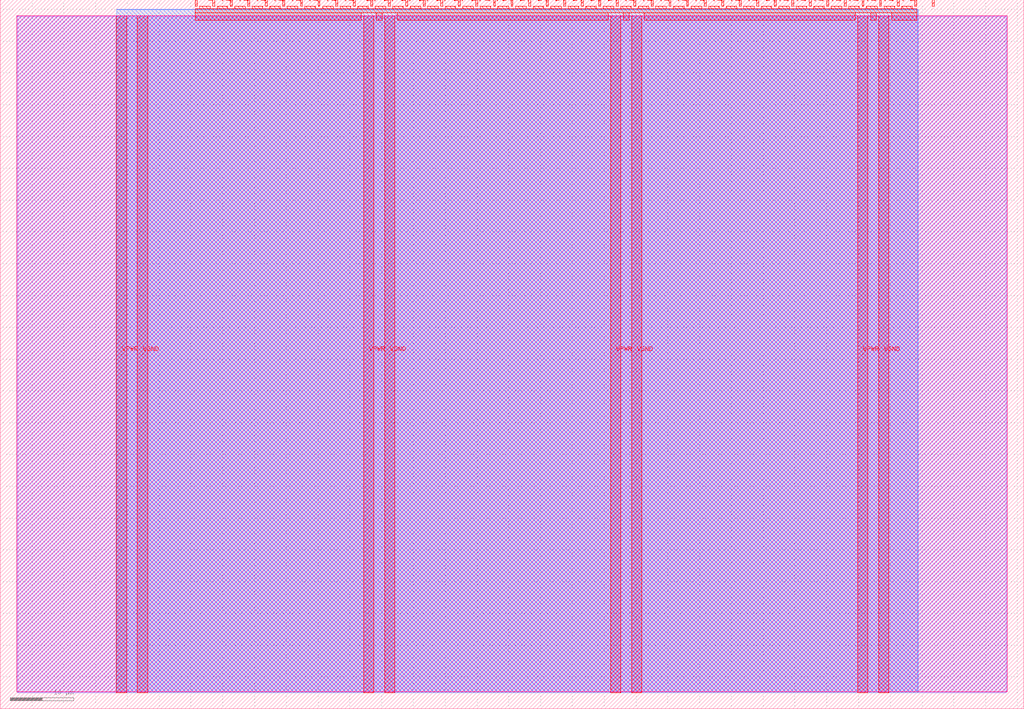
<source format=lef>
VERSION 5.7 ;
  NOWIREEXTENSIONATPIN ON ;
  DIVIDERCHAR "/" ;
  BUSBITCHARS "[]" ;
MACRO tt_um_wokwi_414120378768943105
  CLASS BLOCK ;
  FOREIGN tt_um_wokwi_414120378768943105 ;
  ORIGIN 0.000 0.000 ;
  SIZE 161.000 BY 111.520 ;
  PIN VGND
    DIRECTION INOUT ;
    USE GROUND ;
    PORT
      LAYER met4 ;
        RECT 21.580 2.480 23.180 109.040 ;
    END
    PORT
      LAYER met4 ;
        RECT 60.450 2.480 62.050 109.040 ;
    END
    PORT
      LAYER met4 ;
        RECT 99.320 2.480 100.920 109.040 ;
    END
    PORT
      LAYER met4 ;
        RECT 138.190 2.480 139.790 109.040 ;
    END
  END VGND
  PIN VPWR
    DIRECTION INOUT ;
    USE POWER ;
    PORT
      LAYER met4 ;
        RECT 18.280 2.480 19.880 109.040 ;
    END
    PORT
      LAYER met4 ;
        RECT 57.150 2.480 58.750 109.040 ;
    END
    PORT
      LAYER met4 ;
        RECT 96.020 2.480 97.620 109.040 ;
    END
    PORT
      LAYER met4 ;
        RECT 134.890 2.480 136.490 109.040 ;
    END
  END VPWR
  PIN clk
    DIRECTION INPUT ;
    USE SIGNAL ;
    ANTENNAGATEAREA 0.495000 ;
    PORT
      LAYER met4 ;
        RECT 143.830 110.520 144.130 111.520 ;
    END
  END clk
  PIN ena
    DIRECTION INPUT ;
    USE SIGNAL ;
    PORT
      LAYER met4 ;
        RECT 146.590 110.520 146.890 111.520 ;
    END
  END ena
  PIN rst_n
    DIRECTION INPUT ;
    USE SIGNAL ;
    ANTENNAGATEAREA 0.196500 ;
    PORT
      LAYER met4 ;
        RECT 141.070 110.520 141.370 111.520 ;
    END
  END rst_n
  PIN ui_in[0]
    DIRECTION INPUT ;
    USE SIGNAL ;
    PORT
      LAYER met4 ;
        RECT 138.310 110.520 138.610 111.520 ;
    END
  END ui_in[0]
  PIN ui_in[1]
    DIRECTION INPUT ;
    USE SIGNAL ;
    PORT
      LAYER met4 ;
        RECT 135.550 110.520 135.850 111.520 ;
    END
  END ui_in[1]
  PIN ui_in[2]
    DIRECTION INPUT ;
    USE SIGNAL ;
    PORT
      LAYER met4 ;
        RECT 132.790 110.520 133.090 111.520 ;
    END
  END ui_in[2]
  PIN ui_in[3]
    DIRECTION INPUT ;
    USE SIGNAL ;
    PORT
      LAYER met4 ;
        RECT 130.030 110.520 130.330 111.520 ;
    END
  END ui_in[3]
  PIN ui_in[4]
    DIRECTION INPUT ;
    USE SIGNAL ;
    PORT
      LAYER met4 ;
        RECT 127.270 110.520 127.570 111.520 ;
    END
  END ui_in[4]
  PIN ui_in[5]
    DIRECTION INPUT ;
    USE SIGNAL ;
    PORT
      LAYER met4 ;
        RECT 124.510 110.520 124.810 111.520 ;
    END
  END ui_in[5]
  PIN ui_in[6]
    DIRECTION INPUT ;
    USE SIGNAL ;
    PORT
      LAYER met4 ;
        RECT 121.750 110.520 122.050 111.520 ;
    END
  END ui_in[6]
  PIN ui_in[7]
    DIRECTION INPUT ;
    USE SIGNAL ;
    PORT
      LAYER met4 ;
        RECT 118.990 110.520 119.290 111.520 ;
    END
  END ui_in[7]
  PIN uio_in[0]
    DIRECTION INPUT ;
    USE SIGNAL ;
    PORT
      LAYER met4 ;
        RECT 116.230 110.520 116.530 111.520 ;
    END
  END uio_in[0]
  PIN uio_in[1]
    DIRECTION INPUT ;
    USE SIGNAL ;
    PORT
      LAYER met4 ;
        RECT 113.470 110.520 113.770 111.520 ;
    END
  END uio_in[1]
  PIN uio_in[2]
    DIRECTION INPUT ;
    USE SIGNAL ;
    PORT
      LAYER met4 ;
        RECT 110.710 110.520 111.010 111.520 ;
    END
  END uio_in[2]
  PIN uio_in[3]
    DIRECTION INPUT ;
    USE SIGNAL ;
    PORT
      LAYER met4 ;
        RECT 107.950 110.520 108.250 111.520 ;
    END
  END uio_in[3]
  PIN uio_in[4]
    DIRECTION INPUT ;
    USE SIGNAL ;
    PORT
      LAYER met4 ;
        RECT 105.190 110.520 105.490 111.520 ;
    END
  END uio_in[4]
  PIN uio_in[5]
    DIRECTION INPUT ;
    USE SIGNAL ;
    PORT
      LAYER met4 ;
        RECT 102.430 110.520 102.730 111.520 ;
    END
  END uio_in[5]
  PIN uio_in[6]
    DIRECTION INPUT ;
    USE SIGNAL ;
    PORT
      LAYER met4 ;
        RECT 99.670 110.520 99.970 111.520 ;
    END
  END uio_in[6]
  PIN uio_in[7]
    DIRECTION INPUT ;
    USE SIGNAL ;
    PORT
      LAYER met4 ;
        RECT 96.910 110.520 97.210 111.520 ;
    END
  END uio_in[7]
  PIN uio_oe[0]
    DIRECTION OUTPUT ;
    USE SIGNAL ;
    PORT
      LAYER met4 ;
        RECT 49.990 110.520 50.290 111.520 ;
    END
  END uio_oe[0]
  PIN uio_oe[1]
    DIRECTION OUTPUT ;
    USE SIGNAL ;
    PORT
      LAYER met4 ;
        RECT 47.230 110.520 47.530 111.520 ;
    END
  END uio_oe[1]
  PIN uio_oe[2]
    DIRECTION OUTPUT ;
    USE SIGNAL ;
    PORT
      LAYER met4 ;
        RECT 44.470 110.520 44.770 111.520 ;
    END
  END uio_oe[2]
  PIN uio_oe[3]
    DIRECTION OUTPUT ;
    USE SIGNAL ;
    PORT
      LAYER met4 ;
        RECT 41.710 110.520 42.010 111.520 ;
    END
  END uio_oe[3]
  PIN uio_oe[4]
    DIRECTION OUTPUT ;
    USE SIGNAL ;
    PORT
      LAYER met4 ;
        RECT 38.950 110.520 39.250 111.520 ;
    END
  END uio_oe[4]
  PIN uio_oe[5]
    DIRECTION OUTPUT ;
    USE SIGNAL ;
    PORT
      LAYER met4 ;
        RECT 36.190 110.520 36.490 111.520 ;
    END
  END uio_oe[5]
  PIN uio_oe[6]
    DIRECTION OUTPUT ;
    USE SIGNAL ;
    PORT
      LAYER met4 ;
        RECT 33.430 110.520 33.730 111.520 ;
    END
  END uio_oe[6]
  PIN uio_oe[7]
    DIRECTION OUTPUT ;
    USE SIGNAL ;
    PORT
      LAYER met4 ;
        RECT 30.670 110.520 30.970 111.520 ;
    END
  END uio_oe[7]
  PIN uio_out[0]
    DIRECTION OUTPUT ;
    USE SIGNAL ;
    PORT
      LAYER met4 ;
        RECT 72.070 110.520 72.370 111.520 ;
    END
  END uio_out[0]
  PIN uio_out[1]
    DIRECTION OUTPUT ;
    USE SIGNAL ;
    PORT
      LAYER met4 ;
        RECT 69.310 110.520 69.610 111.520 ;
    END
  END uio_out[1]
  PIN uio_out[2]
    DIRECTION OUTPUT ;
    USE SIGNAL ;
    PORT
      LAYER met4 ;
        RECT 66.550 110.520 66.850 111.520 ;
    END
  END uio_out[2]
  PIN uio_out[3]
    DIRECTION OUTPUT ;
    USE SIGNAL ;
    PORT
      LAYER met4 ;
        RECT 63.790 110.520 64.090 111.520 ;
    END
  END uio_out[3]
  PIN uio_out[4]
    DIRECTION OUTPUT ;
    USE SIGNAL ;
    PORT
      LAYER met4 ;
        RECT 61.030 110.520 61.330 111.520 ;
    END
  END uio_out[4]
  PIN uio_out[5]
    DIRECTION OUTPUT ;
    USE SIGNAL ;
    PORT
      LAYER met4 ;
        RECT 58.270 110.520 58.570 111.520 ;
    END
  END uio_out[5]
  PIN uio_out[6]
    DIRECTION OUTPUT ;
    USE SIGNAL ;
    PORT
      LAYER met4 ;
        RECT 55.510 110.520 55.810 111.520 ;
    END
  END uio_out[6]
  PIN uio_out[7]
    DIRECTION OUTPUT ;
    USE SIGNAL ;
    PORT
      LAYER met4 ;
        RECT 52.750 110.520 53.050 111.520 ;
    END
  END uio_out[7]
  PIN uo_out[0]
    DIRECTION OUTPUT ;
    USE SIGNAL ;
    ANTENNADIFFAREA 0.795200 ;
    PORT
      LAYER met4 ;
        RECT 94.150 110.520 94.450 111.520 ;
    END
  END uo_out[0]
  PIN uo_out[1]
    DIRECTION OUTPUT ;
    USE SIGNAL ;
    ANTENNADIFFAREA 0.445500 ;
    PORT
      LAYER met4 ;
        RECT 91.390 110.520 91.690 111.520 ;
    END
  END uo_out[1]
  PIN uo_out[2]
    DIRECTION OUTPUT ;
    USE SIGNAL ;
    ANTENNADIFFAREA 0.445500 ;
    PORT
      LAYER met4 ;
        RECT 88.630 110.520 88.930 111.520 ;
    END
  END uo_out[2]
  PIN uo_out[3]
    DIRECTION OUTPUT ;
    USE SIGNAL ;
    ANTENNADIFFAREA 0.445500 ;
    PORT
      LAYER met4 ;
        RECT 85.870 110.520 86.170 111.520 ;
    END
  END uo_out[3]
  PIN uo_out[4]
    DIRECTION OUTPUT ;
    USE SIGNAL ;
    ANTENNADIFFAREA 0.445500 ;
    PORT
      LAYER met4 ;
        RECT 83.110 110.520 83.410 111.520 ;
    END
  END uo_out[4]
  PIN uo_out[5]
    DIRECTION OUTPUT ;
    USE SIGNAL ;
    ANTENNADIFFAREA 0.445500 ;
    PORT
      LAYER met4 ;
        RECT 80.350 110.520 80.650 111.520 ;
    END
  END uo_out[5]
  PIN uo_out[6]
    DIRECTION OUTPUT ;
    USE SIGNAL ;
    ANTENNADIFFAREA 0.445500 ;
    PORT
      LAYER met4 ;
        RECT 77.590 110.520 77.890 111.520 ;
    END
  END uo_out[6]
  PIN uo_out[7]
    DIRECTION OUTPUT ;
    USE SIGNAL ;
    ANTENNADIFFAREA 0.445500 ;
    PORT
      LAYER met4 ;
        RECT 74.830 110.520 75.130 111.520 ;
    END
  END uo_out[7]
  OBS
      LAYER nwell ;
        RECT 2.570 2.635 158.430 108.990 ;
      LAYER li1 ;
        RECT 2.760 2.635 158.240 108.885 ;
      LAYER met1 ;
        RECT 2.760 2.480 158.240 109.040 ;
      LAYER met2 ;
        RECT 18.310 2.535 144.350 110.005 ;
      LAYER met3 ;
        RECT 18.290 2.555 144.375 109.985 ;
      LAYER met4 ;
        RECT 31.370 110.120 33.030 110.520 ;
        RECT 34.130 110.120 35.790 110.520 ;
        RECT 36.890 110.120 38.550 110.520 ;
        RECT 39.650 110.120 41.310 110.520 ;
        RECT 42.410 110.120 44.070 110.520 ;
        RECT 45.170 110.120 46.830 110.520 ;
        RECT 47.930 110.120 49.590 110.520 ;
        RECT 50.690 110.120 52.350 110.520 ;
        RECT 53.450 110.120 55.110 110.520 ;
        RECT 56.210 110.120 57.870 110.520 ;
        RECT 58.970 110.120 60.630 110.520 ;
        RECT 61.730 110.120 63.390 110.520 ;
        RECT 64.490 110.120 66.150 110.520 ;
        RECT 67.250 110.120 68.910 110.520 ;
        RECT 70.010 110.120 71.670 110.520 ;
        RECT 72.770 110.120 74.430 110.520 ;
        RECT 75.530 110.120 77.190 110.520 ;
        RECT 78.290 110.120 79.950 110.520 ;
        RECT 81.050 110.120 82.710 110.520 ;
        RECT 83.810 110.120 85.470 110.520 ;
        RECT 86.570 110.120 88.230 110.520 ;
        RECT 89.330 110.120 90.990 110.520 ;
        RECT 92.090 110.120 93.750 110.520 ;
        RECT 94.850 110.120 96.510 110.520 ;
        RECT 97.610 110.120 99.270 110.520 ;
        RECT 100.370 110.120 102.030 110.520 ;
        RECT 103.130 110.120 104.790 110.520 ;
        RECT 105.890 110.120 107.550 110.520 ;
        RECT 108.650 110.120 110.310 110.520 ;
        RECT 111.410 110.120 113.070 110.520 ;
        RECT 114.170 110.120 115.830 110.520 ;
        RECT 116.930 110.120 118.590 110.520 ;
        RECT 119.690 110.120 121.350 110.520 ;
        RECT 122.450 110.120 124.110 110.520 ;
        RECT 125.210 110.120 126.870 110.520 ;
        RECT 127.970 110.120 129.630 110.520 ;
        RECT 130.730 110.120 132.390 110.520 ;
        RECT 133.490 110.120 135.150 110.520 ;
        RECT 136.250 110.120 137.910 110.520 ;
        RECT 139.010 110.120 140.670 110.520 ;
        RECT 141.770 110.120 143.430 110.520 ;
        RECT 30.655 109.440 144.145 110.120 ;
        RECT 30.655 108.295 56.750 109.440 ;
        RECT 59.150 108.295 60.050 109.440 ;
        RECT 62.450 108.295 95.620 109.440 ;
        RECT 98.020 108.295 98.920 109.440 ;
        RECT 101.320 108.295 134.490 109.440 ;
        RECT 136.890 108.295 137.790 109.440 ;
        RECT 140.190 108.295 144.145 109.440 ;
  END
END tt_um_wokwi_414120378768943105
END LIBRARY


</source>
